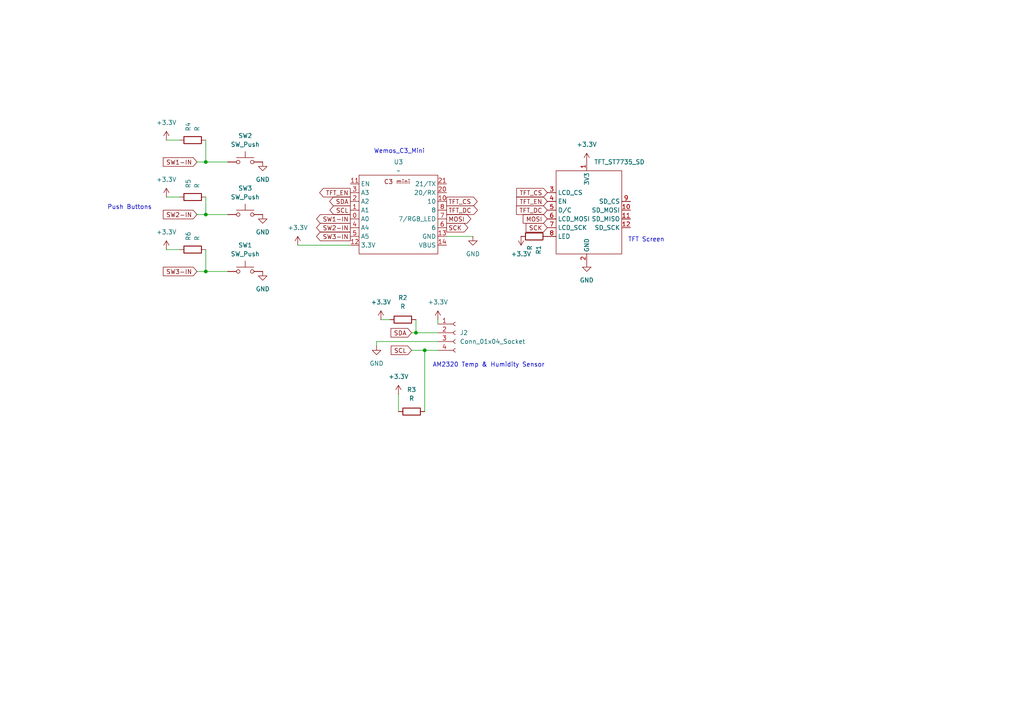
<source format=kicad_sch>
(kicad_sch
	(version 20241004)
	(generator "eeschema")
	(generator_version "8.99")
	(uuid "770c365c-e24f-4a8a-8fbe-ae1be5bec1f3")
	(paper "A4")
	(lib_symbols
		(symbol "Connector:Conn_01x04_Socket"
			(pin_names
				(offset 1.016)
				(hide yes)
			)
			(exclude_from_sim no)
			(in_bom yes)
			(on_board yes)
			(property "Reference" "J"
				(at 0 5.08 0)
				(effects
					(font
						(size 1.27 1.27)
					)
				)
			)
			(property "Value" "Conn_01x04_Socket"
				(at 0 -7.62 0)
				(effects
					(font
						(size 1.27 1.27)
					)
				)
			)
			(property "Footprint" ""
				(at 0 0 0)
				(effects
					(font
						(size 1.27 1.27)
					)
					(hide yes)
				)
			)
			(property "Datasheet" "~"
				(at 0 0 0)
				(effects
					(font
						(size 1.27 1.27)
					)
					(hide yes)
				)
			)
			(property "Description" "Generic connector, single row, 01x04, script generated"
				(at 0 0 0)
				(effects
					(font
						(size 1.27 1.27)
					)
					(hide yes)
				)
			)
			(property "ki_locked" ""
				(at 0 0 0)
				(effects
					(font
						(size 1.27 1.27)
					)
				)
			)
			(property "ki_keywords" "connector"
				(at 0 0 0)
				(effects
					(font
						(size 1.27 1.27)
					)
					(hide yes)
				)
			)
			(property "ki_fp_filters" "Connector*:*_1x??_*"
				(at 0 0 0)
				(effects
					(font
						(size 1.27 1.27)
					)
					(hide yes)
				)
			)
			(symbol "Conn_01x04_Socket_1_1"
				(polyline
					(pts
						(xy -1.27 2.54) (xy -0.508 2.54)
					)
					(stroke
						(width 0.1524)
						(type default)
					)
					(fill
						(type none)
					)
				)
				(polyline
					(pts
						(xy -1.27 0) (xy -0.508 0)
					)
					(stroke
						(width 0.1524)
						(type default)
					)
					(fill
						(type none)
					)
				)
				(polyline
					(pts
						(xy -1.27 -2.54) (xy -0.508 -2.54)
					)
					(stroke
						(width 0.1524)
						(type default)
					)
					(fill
						(type none)
					)
				)
				(polyline
					(pts
						(xy -1.27 -5.08) (xy -0.508 -5.08)
					)
					(stroke
						(width 0.1524)
						(type default)
					)
					(fill
						(type none)
					)
				)
				(arc
					(start 0 2.032)
					(mid -0.5058 2.54)
					(end 0 3.048)
					(stroke
						(width 0.1524)
						(type default)
					)
					(fill
						(type none)
					)
				)
				(arc
					(start 0 -0.508)
					(mid -0.5058 0)
					(end 0 0.508)
					(stroke
						(width 0.1524)
						(type default)
					)
					(fill
						(type none)
					)
				)
				(arc
					(start 0 -3.048)
					(mid -0.5058 -2.54)
					(end 0 -2.032)
					(stroke
						(width 0.1524)
						(type default)
					)
					(fill
						(type none)
					)
				)
				(arc
					(start 0 -5.588)
					(mid -0.5058 -5.08)
					(end 0 -4.572)
					(stroke
						(width 0.1524)
						(type default)
					)
					(fill
						(type none)
					)
				)
				(pin passive line
					(at -5.08 2.54 0)
					(length 3.81)
					(name "Pin_1"
						(effects
							(font
								(size 1.27 1.27)
							)
						)
					)
					(number "1"
						(effects
							(font
								(size 1.27 1.27)
							)
						)
					)
				)
				(pin passive line
					(at -5.08 0 0)
					(length 3.81)
					(name "Pin_2"
						(effects
							(font
								(size 1.27 1.27)
							)
						)
					)
					(number "2"
						(effects
							(font
								(size 1.27 1.27)
							)
						)
					)
				)
				(pin passive line
					(at -5.08 -2.54 0)
					(length 3.81)
					(name "Pin_3"
						(effects
							(font
								(size 1.27 1.27)
							)
						)
					)
					(number "3"
						(effects
							(font
								(size 1.27 1.27)
							)
						)
					)
				)
				(pin passive line
					(at -5.08 -5.08 0)
					(length 3.81)
					(name "Pin_4"
						(effects
							(font
								(size 1.27 1.27)
							)
						)
					)
					(number "4"
						(effects
							(font
								(size 1.27 1.27)
							)
						)
					)
				)
			)
			(embedded_fonts no)
		)
		(symbol "Device:R"
			(pin_numbers
				(hide yes)
			)
			(pin_names
				(offset 0)
			)
			(exclude_from_sim no)
			(in_bom yes)
			(on_board yes)
			(property "Reference" "R"
				(at 2.032 0 90)
				(effects
					(font
						(size 1.27 1.27)
					)
				)
			)
			(property "Value" "R"
				(at 0 0 90)
				(effects
					(font
						(size 1.27 1.27)
					)
				)
			)
			(property "Footprint" ""
				(at -1.778 0 90)
				(effects
					(font
						(size 1.27 1.27)
					)
					(hide yes)
				)
			)
			(property "Datasheet" "~"
				(at 0 0 0)
				(effects
					(font
						(size 1.27 1.27)
					)
					(hide yes)
				)
			)
			(property "Description" "Resistor"
				(at 0 0 0)
				(effects
					(font
						(size 1.27 1.27)
					)
					(hide yes)
				)
			)
			(property "ki_keywords" "R res resistor"
				(at 0 0 0)
				(effects
					(font
						(size 1.27 1.27)
					)
					(hide yes)
				)
			)
			(property "ki_fp_filters" "R_*"
				(at 0 0 0)
				(effects
					(font
						(size 1.27 1.27)
					)
					(hide yes)
				)
			)
			(symbol "R_0_1"
				(rectangle
					(start -1.016 -2.54)
					(end 1.016 2.54)
					(stroke
						(width 0.254)
						(type default)
					)
					(fill
						(type none)
					)
				)
			)
			(symbol "R_1_1"
				(pin passive line
					(at 0 3.81 270)
					(length 1.27)
					(name "~"
						(effects
							(font
								(size 1.27 1.27)
							)
						)
					)
					(number "1"
						(effects
							(font
								(size 1.27 1.27)
							)
						)
					)
				)
				(pin passive line
					(at 0 -3.81 90)
					(length 1.27)
					(name "~"
						(effects
							(font
								(size 1.27 1.27)
							)
						)
					)
					(number "2"
						(effects
							(font
								(size 1.27 1.27)
							)
						)
					)
				)
			)
			(embedded_fonts no)
		)
		(symbol "Switch:SW_Push"
			(pin_numbers
				(hide yes)
			)
			(pin_names
				(offset 1.016)
				(hide yes)
			)
			(exclude_from_sim no)
			(in_bom yes)
			(on_board yes)
			(property "Reference" "SW"
				(at 1.27 2.54 0)
				(effects
					(font
						(size 1.27 1.27)
					)
					(justify left)
				)
			)
			(property "Value" "SW_Push"
				(at 0 -1.524 0)
				(effects
					(font
						(size 1.27 1.27)
					)
				)
			)
			(property "Footprint" ""
				(at 0 5.08 0)
				(effects
					(font
						(size 1.27 1.27)
					)
					(hide yes)
				)
			)
			(property "Datasheet" "~"
				(at 0 5.08 0)
				(effects
					(font
						(size 1.27 1.27)
					)
					(hide yes)
				)
			)
			(property "Description" "Push button switch, generic, two pins"
				(at 0 0 0)
				(effects
					(font
						(size 1.27 1.27)
					)
					(hide yes)
				)
			)
			(property "ki_keywords" "switch normally-open pushbutton push-button"
				(at 0 0 0)
				(effects
					(font
						(size 1.27 1.27)
					)
					(hide yes)
				)
			)
			(symbol "SW_Push_0_1"
				(circle
					(center -2.032 0)
					(radius 0.508)
					(stroke
						(width 0)
						(type default)
					)
					(fill
						(type none)
					)
				)
				(polyline
					(pts
						(xy 0 1.27) (xy 0 3.048)
					)
					(stroke
						(width 0)
						(type default)
					)
					(fill
						(type none)
					)
				)
				(circle
					(center 2.032 0)
					(radius 0.508)
					(stroke
						(width 0)
						(type default)
					)
					(fill
						(type none)
					)
				)
				(polyline
					(pts
						(xy 2.54 1.27) (xy -2.54 1.27)
					)
					(stroke
						(width 0)
						(type default)
					)
					(fill
						(type none)
					)
				)
				(pin passive line
					(at -5.08 0 0)
					(length 2.54)
					(name "1"
						(effects
							(font
								(size 1.27 1.27)
							)
						)
					)
					(number "1"
						(effects
							(font
								(size 1.27 1.27)
							)
						)
					)
				)
				(pin passive line
					(at 5.08 0 180)
					(length 2.54)
					(name "2"
						(effects
							(font
								(size 1.27 1.27)
							)
						)
					)
					(number "2"
						(effects
							(font
								(size 1.27 1.27)
							)
						)
					)
				)
			)
			(embedded_fonts no)
		)
		(symbol "Wemos_C3_Mini_Correct:C3-mini"
			(exclude_from_sim no)
			(in_bom yes)
			(on_board yes)
			(property "Reference" "U"
				(at 0 0 0)
				(effects
					(font
						(size 1.27 1.27)
					)
				)
			)
			(property "Value" ""
				(at 0 0 0)
				(effects
					(font
						(size 1.27 1.27)
					)
				)
			)
			(property "Footprint" ""
				(at 0 0 0)
				(effects
					(font
						(size 1.27 1.27)
					)
					(hide yes)
				)
			)
			(property "Datasheet" ""
				(at 0 0 0)
				(effects
					(font
						(size 1.27 1.27)
					)
					(hide yes)
				)
			)
			(property "Description" ""
				(at 0 0 0)
				(effects
					(font
						(size 1.27 1.27)
					)
					(hide yes)
				)
			)
			(symbol "C3-mini_0_1"
				(rectangle
					(start -11.43 11.43)
					(end 11.43 -11.43)
					(stroke
						(width 0)
						(type default)
					)
					(fill
						(type none)
					)
				)
			)
			(symbol "C3-mini_1_1"
				(text "C3 mini\n"
					(at -0.381 9.525 0)
					(effects
						(font
							(size 1.27 1.27)
						)
					)
				)
				(pin input line
					(at -13.97 8.89 0)
					(length 2.54)
					(name "EN"
						(effects
							(font
								(size 1.27 1.27)
							)
						)
					)
					(number "11"
						(effects
							(font
								(size 1.27 1.27)
							)
						)
					)
				)
				(pin bidirectional line
					(at -13.97 6.35 0)
					(length 2.54)
					(name "A3"
						(effects
							(font
								(size 1.27 1.27)
							)
						)
					)
					(number "3"
						(effects
							(font
								(size 1.27 1.27)
							)
						)
					)
				)
				(pin bidirectional line
					(at -13.97 3.81 0)
					(length 2.54)
					(name "A2"
						(effects
							(font
								(size 1.27 1.27)
							)
						)
					)
					(number "2"
						(effects
							(font
								(size 1.27 1.27)
							)
						)
					)
				)
				(pin bidirectional line
					(at -13.97 1.27 0)
					(length 2.54)
					(name "A1"
						(effects
							(font
								(size 1.27 1.27)
							)
						)
					)
					(number "1"
						(effects
							(font
								(size 1.27 1.27)
							)
						)
					)
				)
				(pin bidirectional line
					(at -13.97 -1.27 0)
					(length 2.54)
					(name "A0"
						(effects
							(font
								(size 1.27 1.27)
							)
						)
					)
					(number "0"
						(effects
							(font
								(size 1.27 1.27)
							)
						)
					)
				)
				(pin bidirectional line
					(at -13.97 -3.81 0)
					(length 2.54)
					(name "A4"
						(effects
							(font
								(size 1.27 1.27)
							)
						)
					)
					(number "4"
						(effects
							(font
								(size 1.27 1.27)
							)
						)
					)
				)
				(pin bidirectional line
					(at -13.97 -6.35 0)
					(length 2.54)
					(name "A5"
						(effects
							(font
								(size 1.27 1.27)
							)
						)
					)
					(number "5"
						(effects
							(font
								(size 1.27 1.27)
							)
						)
					)
				)
				(pin power_out line
					(at -13.97 -8.89 0)
					(length 2.54)
					(name "3.3V"
						(effects
							(font
								(size 1.27 1.27)
							)
						)
					)
					(number "12"
						(effects
							(font
								(size 1.27 1.27)
							)
						)
					)
				)
				(pin bidirectional line
					(at 13.97 8.89 180)
					(length 2.54)
					(name "21/TX"
						(effects
							(font
								(size 1.27 1.27)
							)
						)
					)
					(number "21"
						(effects
							(font
								(size 1.27 1.27)
							)
						)
					)
				)
				(pin bidirectional line
					(at 13.97 6.35 180)
					(length 2.54)
					(name "20/RX"
						(effects
							(font
								(size 1.27 1.27)
							)
						)
					)
					(number "20"
						(effects
							(font
								(size 1.27 1.27)
							)
						)
					)
				)
				(pin bidirectional line
					(at 13.97 3.81 180)
					(length 2.54)
					(name "10"
						(effects
							(font
								(size 1.27 1.27)
							)
						)
					)
					(number "10"
						(effects
							(font
								(size 1.27 1.27)
							)
						)
					)
				)
				(pin bidirectional line
					(at 13.97 1.27 180)
					(length 2.54)
					(name "8"
						(effects
							(font
								(size 1.27 1.27)
							)
						)
					)
					(number "8"
						(effects
							(font
								(size 1.27 1.27)
							)
						)
					)
				)
				(pin bidirectional line
					(at 13.97 -1.27 180)
					(length 2.54)
					(name "7/RGB_LED"
						(effects
							(font
								(size 1.27 1.27)
							)
						)
					)
					(number "7"
						(effects
							(font
								(size 1.27 1.27)
							)
						)
					)
				)
				(pin bidirectional line
					(at 13.97 -3.81 180)
					(length 2.54)
					(name "6"
						(effects
							(font
								(size 1.27 1.27)
							)
						)
					)
					(number "6"
						(effects
							(font
								(size 1.27 1.27)
							)
						)
					)
				)
				(pin power_out line
					(at 13.97 -6.35 180)
					(length 2.54)
					(name "GND"
						(effects
							(font
								(size 1.27 1.27)
							)
						)
					)
					(number "13"
						(effects
							(font
								(size 1.27 1.27)
							)
						)
					)
				)
				(pin power_in line
					(at 13.97 -8.89 180)
					(length 2.54)
					(name "VBUS"
						(effects
							(font
								(size 1.27 1.27)
							)
						)
					)
					(number "14"
						(effects
							(font
								(size 1.27 1.27)
							)
						)
					)
				)
			)
			(embedded_fonts no)
		)
		(symbol "asylum-weather:TFT_ST7735_SD"
			(exclude_from_sim no)
			(in_bom yes)
			(on_board yes)
			(property "Reference" "U"
				(at 6.858 -15.748 0)
				(effects
					(font
						(size 1.27 1.27)
					)
				)
			)
			(property "Value" "TFT_ST7735_SD"
				(at 13.462 -18.288 0)
				(effects
					(font
						(size 1.27 1.27)
					)
				)
			)
			(property "Footprint" "asylum-weather:TFT_ST7735_SD"
				(at 0 0 0)
				(effects
					(font
						(size 1.27 1.27)
					)
					(hide yes)
				)
			)
			(property "Datasheet" ""
				(at 0 0 0)
				(effects
					(font
						(size 1.27 1.27)
					)
					(hide yes)
				)
			)
			(property "Description" ""
				(at 0 0 0)
				(effects
					(font
						(size 1.27 1.27)
					)
					(hide yes)
				)
			)
			(symbol "TFT_ST7735_SD_0_1"
				(rectangle
					(start -5.08 10.16)
					(end 13.97 -13.97)
					(stroke
						(width 0)
						(type default)
					)
					(fill
						(type none)
					)
				)
			)
			(symbol "TFT_ST7735_SD_1_1"
				(pin input line
					(at -7.62 3.81 0)
					(length 2.54)
					(name "LCD_CS"
						(effects
							(font
								(size 1.27 1.27)
							)
						)
					)
					(number "3"
						(effects
							(font
								(size 1.27 1.27)
							)
						)
					)
				)
				(pin input line
					(at -7.62 1.27 0)
					(length 2.54)
					(name "EN"
						(effects
							(font
								(size 1.27 1.27)
							)
						)
					)
					(number "4"
						(effects
							(font
								(size 1.27 1.27)
							)
						)
					)
				)
				(pin input line
					(at -7.62 -1.27 0)
					(length 2.54)
					(name "D/C"
						(effects
							(font
								(size 1.27 1.27)
							)
						)
					)
					(number "5"
						(effects
							(font
								(size 1.27 1.27)
							)
						)
					)
				)
				(pin input line
					(at -7.62 -3.81 0)
					(length 2.54)
					(name "LCD_MOSI"
						(effects
							(font
								(size 1.27 1.27)
							)
						)
					)
					(number "6"
						(effects
							(font
								(size 1.27 1.27)
							)
						)
					)
				)
				(pin input line
					(at -7.62 -6.35 0)
					(length 2.54)
					(name "LCD_SCK"
						(effects
							(font
								(size 1.27 1.27)
							)
						)
					)
					(number "7"
						(effects
							(font
								(size 1.27 1.27)
							)
						)
					)
				)
				(pin power_in line
					(at -7.62 -8.89 0)
					(length 2.54)
					(name "LED"
						(effects
							(font
								(size 1.27 1.27)
							)
						)
					)
					(number "8"
						(effects
							(font
								(size 1.27 1.27)
							)
						)
					)
				)
				(pin power_in line
					(at 3.81 12.7 270)
					(length 2.54)
					(name "3V3"
						(effects
							(font
								(size 1.27 1.27)
							)
						)
					)
					(number "1"
						(effects
							(font
								(size 1.27 1.27)
							)
						)
					)
				)
				(pin power_in line
					(at 3.81 -16.51 90)
					(length 2.54)
					(name "GND"
						(effects
							(font
								(size 1.27 1.27)
							)
						)
					)
					(number "2"
						(effects
							(font
								(size 1.27 1.27)
							)
						)
					)
				)
				(pin input line
					(at 16.51 1.27 180)
					(length 2.54)
					(name "SD_CS"
						(effects
							(font
								(size 1.27 1.27)
							)
						)
					)
					(number "9"
						(effects
							(font
								(size 1.27 1.27)
							)
						)
					)
				)
				(pin input line
					(at 16.51 -1.27 180)
					(length 2.54)
					(name "SD_MOSI"
						(effects
							(font
								(size 1.27 1.27)
							)
						)
					)
					(number "10"
						(effects
							(font
								(size 1.27 1.27)
							)
						)
					)
				)
				(pin output line
					(at 16.51 -3.81 180)
					(length 2.54)
					(name "SD_MISO"
						(effects
							(font
								(size 1.27 1.27)
							)
						)
					)
					(number "11"
						(effects
							(font
								(size 1.27 1.27)
							)
						)
					)
				)
				(pin input line
					(at 16.51 -6.35 180)
					(length 2.54)
					(name "SD_SCK"
						(effects
							(font
								(size 1.27 1.27)
							)
						)
					)
					(number "12"
						(effects
							(font
								(size 1.27 1.27)
							)
						)
					)
				)
			)
			(embedded_fonts no)
		)
		(symbol "power:+3.3V"
			(power)
			(pin_numbers
				(hide yes)
			)
			(pin_names
				(offset 0)
				(hide yes)
			)
			(exclude_from_sim no)
			(in_bom yes)
			(on_board yes)
			(property "Reference" "#PWR"
				(at 0 -3.81 0)
				(effects
					(font
						(size 1.27 1.27)
					)
					(hide yes)
				)
			)
			(property "Value" "+3.3V"
				(at 0 3.556 0)
				(effects
					(font
						(size 1.27 1.27)
					)
				)
			)
			(property "Footprint" ""
				(at 0 0 0)
				(effects
					(font
						(size 1.27 1.27)
					)
					(hide yes)
				)
			)
			(property "Datasheet" ""
				(at 0 0 0)
				(effects
					(font
						(size 1.27 1.27)
					)
					(hide yes)
				)
			)
			(property "Description" "Power symbol creates a global label with name \"+3.3V\""
				(at 0 0 0)
				(effects
					(font
						(size 1.27 1.27)
					)
					(hide yes)
				)
			)
			(property "ki_keywords" "global power"
				(at 0 0 0)
				(effects
					(font
						(size 1.27 1.27)
					)
					(hide yes)
				)
			)
			(symbol "+3.3V_0_1"
				(polyline
					(pts
						(xy -0.762 1.27) (xy 0 2.54)
					)
					(stroke
						(width 0)
						(type default)
					)
					(fill
						(type none)
					)
				)
				(polyline
					(pts
						(xy 0 2.54) (xy 0.762 1.27)
					)
					(stroke
						(width 0)
						(type default)
					)
					(fill
						(type none)
					)
				)
				(polyline
					(pts
						(xy 0 0) (xy 0 2.54)
					)
					(stroke
						(width 0)
						(type default)
					)
					(fill
						(type none)
					)
				)
			)
			(symbol "+3.3V_1_1"
				(pin power_in line
					(at 0 0 90)
					(length 0)
					(name "~"
						(effects
							(font
								(size 1.27 1.27)
							)
						)
					)
					(number "1"
						(effects
							(font
								(size 1.27 1.27)
							)
						)
					)
				)
			)
			(embedded_fonts no)
		)
		(symbol "power:GND"
			(power)
			(pin_numbers
				(hide yes)
			)
			(pin_names
				(offset 0)
				(hide yes)
			)
			(exclude_from_sim no)
			(in_bom yes)
			(on_board yes)
			(property "Reference" "#PWR"
				(at 0 -6.35 0)
				(effects
					(font
						(size 1.27 1.27)
					)
					(hide yes)
				)
			)
			(property "Value" "GND"
				(at 0 -3.81 0)
				(effects
					(font
						(size 1.27 1.27)
					)
				)
			)
			(property "Footprint" ""
				(at 0 0 0)
				(effects
					(font
						(size 1.27 1.27)
					)
					(hide yes)
				)
			)
			(property "Datasheet" ""
				(at 0 0 0)
				(effects
					(font
						(size 1.27 1.27)
					)
					(hide yes)
				)
			)
			(property "Description" "Power symbol creates a global label with name \"GND\" , ground"
				(at 0 0 0)
				(effects
					(font
						(size 1.27 1.27)
					)
					(hide yes)
				)
			)
			(property "ki_keywords" "global power"
				(at 0 0 0)
				(effects
					(font
						(size 1.27 1.27)
					)
					(hide yes)
				)
			)
			(symbol "GND_0_1"
				(polyline
					(pts
						(xy 0 0) (xy 0 -1.27) (xy 1.27 -1.27) (xy 0 -2.54) (xy -1.27 -1.27) (xy 0 -1.27)
					)
					(stroke
						(width 0)
						(type default)
					)
					(fill
						(type none)
					)
				)
			)
			(symbol "GND_1_1"
				(pin power_in line
					(at 0 0 270)
					(length 0)
					(name "~"
						(effects
							(font
								(size 1.27 1.27)
							)
						)
					)
					(number "1"
						(effects
							(font
								(size 1.27 1.27)
							)
						)
					)
				)
			)
			(embedded_fonts no)
		)
	)
	(text "TFT Screen"
		(exclude_from_sim no)
		(at 187.452 69.596 0)
		(effects
			(font
				(size 1.27 1.27)
			)
		)
		(uuid "4686dfbc-54c3-4faf-879c-94d9adfeb4f0")
	)
	(text "Push Buttons"
		(exclude_from_sim no)
		(at 37.592 60.198 0)
		(effects
			(font
				(size 1.27 1.27)
			)
		)
		(uuid "79cb4c95-3fe2-4fd5-ba02-cdce993580b2")
	)
	(text "AM2320 Temp & Humidity Sensor"
		(exclude_from_sim no)
		(at 141.732 105.918 0)
		(effects
			(font
				(size 1.27 1.27)
			)
		)
		(uuid "a01b8f97-98b0-4be0-8f7a-a4c7e3e9f62e")
	)
	(text "Wemos_C3_Mini"
		(exclude_from_sim no)
		(at 115.824 43.942 0)
		(effects
			(font
				(size 1.27 1.27)
			)
		)
		(uuid "c5591896-ad25-43ff-802a-eb1f46c91255")
	)
	(junction
		(at 59.69 62.23)
		(diameter 0)
		(color 0 0 0 0)
		(uuid "460281fd-8ea2-4f02-8553-502be21cecdc")
	)
	(junction
		(at 120.65 96.52)
		(diameter 0)
		(color 0 0 0 0)
		(uuid "7fc70052-3c36-48fc-ae81-2f6c990ea2d3")
	)
	(junction
		(at 59.69 78.74)
		(diameter 0)
		(color 0 0 0 0)
		(uuid "8d9dd9e3-e22e-4a3c-af5b-6b54924a9f80")
	)
	(junction
		(at 59.69 46.99)
		(diameter 0)
		(color 0 0 0 0)
		(uuid "b763beae-ee6e-465b-8291-feab37cb7693")
	)
	(junction
		(at 123.19 101.6)
		(diameter 0)
		(color 0 0 0 0)
		(uuid "b96c13e4-6eed-4de0-93e0-349f65847edb")
	)
	(wire
		(pts
			(xy 120.65 96.52) (xy 127 96.52)
		)
		(stroke
			(width 0)
			(type default)
		)
		(uuid "06b4b88e-0b8e-4298-9a52-03871fb07f7e")
	)
	(wire
		(pts
			(xy 127 92.71) (xy 127 93.98)
		)
		(stroke
			(width 0)
			(type default)
		)
		(uuid "06ccbaf3-e5f6-4e88-b462-9d8572e9009b")
	)
	(wire
		(pts
			(xy 59.69 78.74) (xy 66.04 78.74)
		)
		(stroke
			(width 0)
			(type default)
		)
		(uuid "091f462b-0be5-427d-be8c-488cde3af158")
	)
	(wire
		(pts
			(xy 59.69 72.39) (xy 59.69 78.74)
		)
		(stroke
			(width 0)
			(type default)
		)
		(uuid "09862387-7ac3-431e-837f-ce9c5cbc051f")
	)
	(wire
		(pts
			(xy 120.65 92.71) (xy 120.65 96.52)
		)
		(stroke
			(width 0)
			(type default)
		)
		(uuid "29933133-b027-4e01-ba44-3b8c8ee3663b")
	)
	(wire
		(pts
			(xy 48.26 40.64) (xy 52.07 40.64)
		)
		(stroke
			(width 0)
			(type default)
		)
		(uuid "37ffef9c-61b2-4eee-b0ca-34379355a6a0")
	)
	(wire
		(pts
			(xy 57.15 46.99) (xy 59.69 46.99)
		)
		(stroke
			(width 0)
			(type default)
		)
		(uuid "39317c1a-b060-4565-8672-c3ecb2ec56b8")
	)
	(wire
		(pts
			(xy 109.22 99.06) (xy 127 99.06)
		)
		(stroke
			(width 0)
			(type default)
		)
		(uuid "491ff90f-8749-49eb-9e7d-219c770f94b9")
	)
	(wire
		(pts
			(xy 48.26 57.15) (xy 52.07 57.15)
		)
		(stroke
			(width 0)
			(type default)
		)
		(uuid "550f6e03-a6ac-4bf9-a272-b1ca833a3a09")
	)
	(wire
		(pts
			(xy 57.15 78.74) (xy 59.69 78.74)
		)
		(stroke
			(width 0)
			(type default)
		)
		(uuid "584caf2b-fdb4-4464-bc34-6a2477a858e6")
	)
	(wire
		(pts
			(xy 59.69 57.15) (xy 59.69 62.23)
		)
		(stroke
			(width 0)
			(type default)
		)
		(uuid "69f17f38-9d64-4048-a12d-7bb570d006ff")
	)
	(wire
		(pts
			(xy 129.54 68.58) (xy 137.16 68.58)
		)
		(stroke
			(width 0)
			(type default)
		)
		(uuid "804448f1-9f80-4777-8dfb-2dc1702645af")
	)
	(wire
		(pts
			(xy 119.38 101.6) (xy 123.19 101.6)
		)
		(stroke
			(width 0)
			(type default)
		)
		(uuid "93eab407-0114-495c-9dfa-776d7b9741cf")
	)
	(wire
		(pts
			(xy 48.26 72.39) (xy 52.07 72.39)
		)
		(stroke
			(width 0)
			(type default)
		)
		(uuid "ac3c4a45-d146-4503-b50a-2eabeabdd8f7")
	)
	(wire
		(pts
			(xy 86.36 71.12) (xy 101.6 71.12)
		)
		(stroke
			(width 0)
			(type default)
		)
		(uuid "aed86426-a2ee-490b-8706-da60cde543e7")
	)
	(wire
		(pts
			(xy 59.69 40.64) (xy 59.69 46.99)
		)
		(stroke
			(width 0)
			(type default)
		)
		(uuid "be3db1dd-058f-499e-a737-c9eec6f782bd")
	)
	(wire
		(pts
			(xy 123.19 101.6) (xy 127 101.6)
		)
		(stroke
			(width 0)
			(type default)
		)
		(uuid "c0d480c3-4599-4b8f-8387-917f49074d44")
	)
	(wire
		(pts
			(xy 119.38 96.52) (xy 120.65 96.52)
		)
		(stroke
			(width 0)
			(type default)
		)
		(uuid "c4ad9bcf-70ed-44a3-824e-7cd639be83f4")
	)
	(wire
		(pts
			(xy 59.69 62.23) (xy 66.04 62.23)
		)
		(stroke
			(width 0)
			(type default)
		)
		(uuid "caabba1f-fbc5-4e75-bd1c-0a0a60097108")
	)
	(wire
		(pts
			(xy 57.15 62.23) (xy 59.69 62.23)
		)
		(stroke
			(width 0)
			(type default)
		)
		(uuid "cc856dcd-45df-4cbe-ba1a-e9dbb8c1157c")
	)
	(wire
		(pts
			(xy 110.49 92.71) (xy 113.03 92.71)
		)
		(stroke
			(width 0)
			(type default)
		)
		(uuid "d0ae8224-9d72-4597-86af-fb48a6f95446")
	)
	(wire
		(pts
			(xy 123.19 101.6) (xy 123.19 119.38)
		)
		(stroke
			(width 0)
			(type default)
		)
		(uuid "d1143daa-16bc-4ea5-a340-7c5d2eba994a")
	)
	(wire
		(pts
			(xy 115.57 119.38) (xy 115.57 114.3)
		)
		(stroke
			(width 0)
			(type default)
		)
		(uuid "de96c14e-66be-48c9-a78f-a874995bcf5c")
	)
	(wire
		(pts
			(xy 59.69 46.99) (xy 66.04 46.99)
		)
		(stroke
			(width 0)
			(type default)
		)
		(uuid "eeebf79c-3c4d-484e-80a0-6ac51514e071")
	)
	(wire
		(pts
			(xy 109.22 100.33) (xy 109.22 99.06)
		)
		(stroke
			(width 0)
			(type default)
		)
		(uuid "fa3e2af6-54b2-4b01-a3ec-8d41f5aa38bb")
	)
	(global_label "MOSI"
		(shape input)
		(at 158.75 63.5 180)
		(fields_autoplaced yes)
		(effects
			(font
				(size 1.27 1.27)
			)
			(justify right)
		)
		(uuid "11f21aa4-0319-47e5-a74e-237062da051b")
		(property "Intersheetrefs" "${INTERSHEET_REFS}"
			(at 151.1686 63.5 0)
			(effects
				(font
					(size 1.27 1.27)
				)
				(justify right)
				(hide yes)
			)
		)
	)
	(global_label "SCK"
		(shape input)
		(at 158.75 66.04 180)
		(fields_autoplaced yes)
		(effects
			(font
				(size 1.27 1.27)
			)
			(justify right)
		)
		(uuid "2c8f1663-7fd2-451c-88ea-51c37305b35c")
		(property "Intersheetrefs" "${INTERSHEET_REFS}"
			(at 152.0153 66.04 0)
			(effects
				(font
					(size 1.27 1.27)
				)
				(justify right)
				(hide yes)
			)
		)
	)
	(global_label "SW1-IN"
		(shape input)
		(at 57.15 46.99 180)
		(fields_autoplaced yes)
		(effects
			(font
				(size 1.27 1.27)
			)
			(justify right)
		)
		(uuid "30df3533-c28c-4483-b243-01bac337b199")
		(property "Intersheetrefs" "${INTERSHEET_REFS}"
			(at 46.7867 46.99 0)
			(effects
				(font
					(size 1.27 1.27)
				)
				(justify right)
				(hide yes)
			)
		)
	)
	(global_label "SCK"
		(shape output)
		(at 129.54 66.04 0)
		(fields_autoplaced yes)
		(effects
			(font
				(size 1.27 1.27)
			)
			(justify left)
		)
		(uuid "330fa739-eb74-4b5f-b1e1-ec8c4cd41288")
		(property "Intersheetrefs" "${INTERSHEET_REFS}"
			(at 136.2747 66.04 0)
			(effects
				(font
					(size 1.27 1.27)
				)
				(justify left)
				(hide yes)
			)
		)
	)
	(global_label "TFT_CS"
		(shape input)
		(at 158.75 55.88 180)
		(fields_autoplaced yes)
		(effects
			(font
				(size 1.27 1.27)
			)
			(justify right)
		)
		(uuid "347d8e0b-62ed-4bdd-8fd9-d65a411aa1d1")
		(property "Intersheetrefs" "${INTERSHEET_REFS}"
			(at 149.2939 55.88 0)
			(effects
				(font
					(size 1.27 1.27)
				)
				(justify right)
				(hide yes)
			)
		)
	)
	(global_label "SCL"
		(shape output)
		(at 101.6 60.96 180)
		(fields_autoplaced yes)
		(effects
			(font
				(size 1.27 1.27)
			)
			(justify right)
		)
		(uuid "45fea9ca-780f-408b-bcb7-47930e56ee60")
		(property "Intersheetrefs" "${INTERSHEET_REFS}"
			(at 95.1072 60.96 0)
			(effects
				(font
					(size 1.27 1.27)
				)
				(justify right)
				(hide yes)
			)
		)
	)
	(global_label "SCL"
		(shape input)
		(at 119.38 101.6 180)
		(fields_autoplaced yes)
		(effects
			(font
				(size 1.27 1.27)
			)
			(justify right)
		)
		(uuid "48e019ff-a3ee-4ebb-b6e4-f34986df84ae")
		(property "Intersheetrefs" "${INTERSHEET_REFS}"
			(at 112.8872 101.6 0)
			(effects
				(font
					(size 1.27 1.27)
				)
				(justify right)
				(hide yes)
			)
		)
	)
	(global_label "SDA"
		(shape output)
		(at 101.6 58.42 180)
		(fields_autoplaced yes)
		(effects
			(font
				(size 1.27 1.27)
			)
			(justify right)
		)
		(uuid "526d3d21-c737-47cb-a64a-d9e4b1067ad5")
		(property "Intersheetrefs" "${INTERSHEET_REFS}"
			(at 95.0467 58.42 0)
			(effects
				(font
					(size 1.27 1.27)
				)
				(justify right)
				(hide yes)
			)
		)
	)
	(global_label "SW3-IN"
		(shape output)
		(at 101.6 68.58 180)
		(fields_autoplaced yes)
		(effects
			(font
				(size 1.27 1.27)
			)
			(justify right)
		)
		(uuid "6b6d123d-e096-48ce-9814-a1e9dbfe798f")
		(property "Intersheetrefs" "${INTERSHEET_REFS}"
			(at 91.2367 68.58 0)
			(effects
				(font
					(size 1.27 1.27)
				)
				(justify right)
				(hide yes)
			)
		)
	)
	(global_label "TFT_EN"
		(shape input)
		(at 158.75 58.42 180)
		(fields_autoplaced yes)
		(effects
			(font
				(size 1.27 1.27)
			)
			(justify right)
		)
		(uuid "771bd824-9a4d-469d-ac51-162d2ee4be83")
		(property "Intersheetrefs" "${INTERSHEET_REFS}"
			(at 149.2939 58.42 0)
			(effects
				(font
					(size 1.27 1.27)
				)
				(justify right)
				(hide yes)
			)
		)
	)
	(global_label "SW3-IN"
		(shape input)
		(at 57.15 78.74 180)
		(fields_autoplaced yes)
		(effects
			(font
				(size 1.27 1.27)
			)
			(justify right)
		)
		(uuid "78a38850-e626-472c-9722-a198468d5289")
		(property "Intersheetrefs" "${INTERSHEET_REFS}"
			(at 46.7867 78.74 0)
			(effects
				(font
					(size 1.27 1.27)
				)
				(justify right)
				(hide yes)
			)
		)
	)
	(global_label "TFT_DC"
		(shape output)
		(at 129.54 60.96 0)
		(fields_autoplaced yes)
		(effects
			(font
				(size 1.27 1.27)
			)
			(justify left)
		)
		(uuid "7c27434f-a692-4482-9d88-b8c224c73858")
		(property "Intersheetrefs" "${INTERSHEET_REFS}"
			(at 139.0566 60.96 0)
			(effects
				(font
					(size 1.27 1.27)
				)
				(justify left)
				(hide yes)
			)
		)
	)
	(global_label "TFT_CS"
		(shape output)
		(at 129.54 58.42 0)
		(fields_autoplaced yes)
		(effects
			(font
				(size 1.27 1.27)
			)
			(justify left)
		)
		(uuid "843427df-7f7d-4dab-9413-95dda117d3f1")
		(property "Intersheetrefs" "${INTERSHEET_REFS}"
			(at 138.9961 58.42 0)
			(effects
				(font
					(size 1.27 1.27)
				)
				(justify left)
				(hide yes)
			)
		)
	)
	(global_label "SW2-IN"
		(shape output)
		(at 101.6 66.04 180)
		(fields_autoplaced yes)
		(effects
			(font
				(size 1.27 1.27)
			)
			(justify right)
		)
		(uuid "91749615-8e9b-4644-a11c-ddd42f3f96ea")
		(property "Intersheetrefs" "${INTERSHEET_REFS}"
			(at 91.2367 66.04 0)
			(effects
				(font
					(size 1.27 1.27)
				)
				(justify right)
				(hide yes)
			)
		)
	)
	(global_label "SDA"
		(shape input)
		(at 119.38 96.52 180)
		(fields_autoplaced yes)
		(effects
			(font
				(size 1.27 1.27)
			)
			(justify right)
		)
		(uuid "a031ec06-0a6b-460a-a388-20ce34d83f74")
		(property "Intersheetrefs" "${INTERSHEET_REFS}"
			(at 112.8267 96.52 0)
			(effects
				(font
					(size 1.27 1.27)
				)
				(justify right)
				(hide yes)
			)
		)
	)
	(global_label "TFT_DC"
		(shape input)
		(at 158.75 60.96 180)
		(fields_autoplaced yes)
		(effects
			(font
				(size 1.27 1.27)
			)
			(justify right)
		)
		(uuid "a1a7a0b8-ea5a-4d58-8aa9-dc79a9916d92")
		(property "Intersheetrefs" "${INTERSHEET_REFS}"
			(at 149.2334 60.96 0)
			(effects
				(font
					(size 1.27 1.27)
				)
				(justify right)
				(hide yes)
			)
		)
	)
	(global_label "SW2-IN"
		(shape input)
		(at 57.15 62.23 180)
		(fields_autoplaced yes)
		(effects
			(font
				(size 1.27 1.27)
			)
			(justify right)
		)
		(uuid "a4ffb1bf-88fa-4c03-b54c-9f3a31fc95cc")
		(property "Intersheetrefs" "${INTERSHEET_REFS}"
			(at 46.7867 62.23 0)
			(effects
				(font
					(size 1.27 1.27)
				)
				(justify right)
				(hide yes)
			)
		)
	)
	(global_label "MOSI"
		(shape output)
		(at 129.54 63.5 0)
		(fields_autoplaced yes)
		(effects
			(font
				(size 1.27 1.27)
			)
			(justify left)
		)
		(uuid "b227f9cb-f7df-4ced-8bb6-033810dacbee")
		(property "Intersheetrefs" "${INTERSHEET_REFS}"
			(at 137.1214 63.5 0)
			(effects
				(font
					(size 1.27 1.27)
				)
				(justify left)
				(hide yes)
			)
		)
	)
	(global_label "SW1-IN"
		(shape output)
		(at 101.6 63.5 180)
		(fields_autoplaced yes)
		(effects
			(font
				(size 1.27 1.27)
			)
			(justify right)
		)
		(uuid "eb81b954-cb48-43a9-ab12-de53961a885b")
		(property "Intersheetrefs" "${INTERSHEET_REFS}"
			(at 91.2367 63.5 0)
			(effects
				(font
					(size 1.27 1.27)
				)
				(justify right)
				(hide yes)
			)
		)
	)
	(global_label "TFT_EN"
		(shape output)
		(at 101.6 55.88 180)
		(fields_autoplaced yes)
		(effects
			(font
				(size 1.27 1.27)
			)
			(justify right)
		)
		(uuid "ee0cdc57-7b8a-46eb-b1b5-05e167d3d356")
		(property "Intersheetrefs" "${INTERSHEET_REFS}"
			(at 92.1439 55.88 0)
			(effects
				(font
					(size 1.27 1.27)
				)
				(justify right)
				(hide yes)
			)
		)
	)
	(symbol
		(lib_id "power:GND")
		(at 109.22 100.33 0)
		(unit 1)
		(exclude_from_sim no)
		(in_bom yes)
		(on_board yes)
		(dnp no)
		(fields_autoplaced yes)
		(uuid "07d83d2f-db18-4c9e-bb58-07c8cdcd78d9")
		(property "Reference" "#PWR09"
			(at 109.22 106.68 0)
			(effects
				(font
					(size 1.27 1.27)
				)
				(hide yes)
			)
		)
		(property "Value" "GND"
			(at 109.22 105.41 0)
			(effects
				(font
					(size 1.27 1.27)
				)
			)
		)
		(property "Footprint" ""
			(at 109.22 100.33 0)
			(effects
				(font
					(size 1.27 1.27)
				)
				(hide yes)
			)
		)
		(property "Datasheet" ""
			(at 109.22 100.33 0)
			(effects
				(font
					(size 1.27 1.27)
				)
				(hide yes)
			)
		)
		(property "Description" "Power symbol creates a global label with name \"GND\" , ground"
			(at 109.22 100.33 0)
			(effects
				(font
					(size 1.27 1.27)
				)
				(hide yes)
			)
		)
		(pin "1"
			(uuid "bede1dba-6fac-4afc-bbfc-0eefeb850838")
		)
		(instances
			(project ""
				(path "/770c365c-e24f-4a8a-8fbe-ae1be5bec1f3"
					(reference "#PWR09")
					(unit 1)
				)
			)
		)
	)
	(symbol
		(lib_id "Connector:Conn_01x04_Socket")
		(at 132.08 96.52 0)
		(unit 1)
		(exclude_from_sim no)
		(in_bom yes)
		(on_board yes)
		(dnp no)
		(fields_autoplaced yes)
		(uuid "081d0911-b9d3-4c3f-8948-d2a7197fc17a")
		(property "Reference" "J2"
			(at 133.35 96.5199 0)
			(effects
				(font
					(size 1.27 1.27)
				)
				(justify left)
			)
		)
		(property "Value" "Conn_01x04_Socket"
			(at 133.35 99.0599 0)
			(effects
				(font
					(size 1.27 1.27)
				)
				(justify left)
			)
		)
		(property "Footprint" "Sensor:Aosong_DHT11_5.5x12.0_P2.54mm"
			(at 132.08 96.52 0)
			(effects
				(font
					(size 1.27 1.27)
				)
				(hide yes)
			)
		)
		(property "Datasheet" "~"
			(at 132.08 96.52 0)
			(effects
				(font
					(size 1.27 1.27)
				)
				(hide yes)
			)
		)
		(property "Description" "Generic connector, single row, 01x04, script generated"
			(at 132.08 96.52 0)
			(effects
				(font
					(size 1.27 1.27)
				)
				(hide yes)
			)
		)
		(pin "3"
			(uuid "47b1d204-3097-43a9-ba4d-364c800a0a71")
		)
		(pin "4"
			(uuid "a904a0cd-9dbe-468e-8c62-5946a8f78b5d")
		)
		(pin "1"
			(uuid "a5ab3f99-01d3-4a73-9a99-a1ad26ce9cc7")
		)
		(pin "2"
			(uuid "52532c52-5181-401e-ab2b-f072dfd94573")
		)
		(instances
			(project ""
				(path "/770c365c-e24f-4a8a-8fbe-ae1be5bec1f3"
					(reference "J2")
					(unit 1)
				)
			)
		)
	)
	(symbol
		(lib_id "power:+3.3V")
		(at 127 92.71 0)
		(unit 1)
		(exclude_from_sim no)
		(in_bom yes)
		(on_board yes)
		(dnp no)
		(fields_autoplaced yes)
		(uuid "105f1f59-a8d8-4606-8c2a-118815812d42")
		(property "Reference" "#PWR08"
			(at 127 96.52 0)
			(effects
				(font
					(size 1.27 1.27)
				)
				(hide yes)
			)
		)
		(property "Value" "+3.3V"
			(at 127 87.63 0)
			(effects
				(font
					(size 1.27 1.27)
				)
			)
		)
		(property "Footprint" ""
			(at 127 92.71 0)
			(effects
				(font
					(size 1.27 1.27)
				)
				(hide yes)
			)
		)
		(property "Datasheet" ""
			(at 127 92.71 0)
			(effects
				(font
					(size 1.27 1.27)
				)
				(hide yes)
			)
		)
		(property "Description" "Power symbol creates a global label with name \"+3.3V\""
			(at 127 92.71 0)
			(effects
				(font
					(size 1.27 1.27)
				)
				(hide yes)
			)
		)
		(pin "1"
			(uuid "ebacb0c4-f63f-4bf5-8d9a-f9aa57075293")
		)
		(instances
			(project ""
				(path "/770c365c-e24f-4a8a-8fbe-ae1be5bec1f3"
					(reference "#PWR08")
					(unit 1)
				)
			)
		)
	)
	(symbol
		(lib_id "Device:R")
		(at 55.88 72.39 90)
		(unit 1)
		(exclude_from_sim no)
		(in_bom yes)
		(on_board yes)
		(dnp no)
		(fields_autoplaced yes)
		(uuid "1bd79681-9750-49c1-ab50-6c0c9ac1074e")
		(property "Reference" "R6"
			(at 54.6099 69.85 0)
			(effects
				(font
					(size 1.27 1.27)
				)
				(justify left)
			)
		)
		(property "Value" "R"
			(at 57.1499 69.85 0)
			(effects
				(font
					(size 1.27 1.27)
				)
				(justify left)
			)
		)
		(property "Footprint" "Resistor_THT:R_Axial_DIN0309_L9.0mm_D3.2mm_P12.70mm_Horizontal"
			(at 55.88 74.168 90)
			(effects
				(font
					(size 1.27 1.27)
				)
				(hide yes)
			)
		)
		(property "Datasheet" "~"
			(at 55.88 72.39 0)
			(effects
				(font
					(size 1.27 1.27)
				)
				(hide yes)
			)
		)
		(property "Description" "Resistor"
			(at 55.88 72.39 0)
			(effects
				(font
					(size 1.27 1.27)
				)
				(hide yes)
			)
		)
		(pin "2"
			(uuid "c3a1e4e0-174d-4932-a97f-d9ae07db034e")
		)
		(pin "1"
			(uuid "42092bd5-1702-455c-adb1-c1d4187d6b17")
		)
		(instances
			(project ""
				(path "/770c365c-e24f-4a8a-8fbe-ae1be5bec1f3"
					(reference "R6")
					(unit 1)
				)
			)
		)
	)
	(symbol
		(lib_id "Switch:SW_Push")
		(at 71.12 78.74 0)
		(unit 1)
		(exclude_from_sim no)
		(in_bom yes)
		(on_board yes)
		(dnp no)
		(fields_autoplaced yes)
		(uuid "2669a4bc-b03a-45a7-bf8b-4f3cff2650ff")
		(property "Reference" "SW1"
			(at 71.12 71.12 0)
			(effects
				(font
					(size 1.27 1.27)
				)
			)
		)
		(property "Value" "SW_Push"
			(at 71.12 73.66 0)
			(effects
				(font
					(size 1.27 1.27)
				)
			)
		)
		(property "Footprint" "Button_Switch_THT:SW_TH_Tactile_Omron_B3F-10xx"
			(at 71.12 73.66 0)
			(effects
				(font
					(size 1.27 1.27)
				)
				(hide yes)
			)
		)
		(property "Datasheet" "~"
			(at 71.12 73.66 0)
			(effects
				(font
					(size 1.27 1.27)
				)
				(hide yes)
			)
		)
		(property "Description" "Push button switch, generic, two pins"
			(at 71.12 78.74 0)
			(effects
				(font
					(size 1.27 1.27)
				)
				(hide yes)
			)
		)
		(pin "2"
			(uuid "d54563bc-7e32-4cf5-bebf-47cc9affca59")
		)
		(pin "1"
			(uuid "7839de30-7002-49d2-836d-fb8c61022094")
		)
		(instances
			(project "CyberStation"
				(path "/770c365c-e24f-4a8a-8fbe-ae1be5bec1f3"
					(reference "SW1")
					(unit 1)
				)
			)
		)
	)
	(symbol
		(lib_id "asylum-weather:TFT_ST7735_SD")
		(at 166.37 59.69 0)
		(unit 1)
		(exclude_from_sim no)
		(in_bom yes)
		(on_board yes)
		(dnp no)
		(fields_autoplaced yes)
		(uuid "383fef31-80d5-47ff-a144-4bc4adf1d4cd")
		(property "Reference" "U2"
			(at 172.3233 44.45 0)
			(effects
				(font
					(size 1.27 1.27)
				)
				(justify left)
				(hide yes)
			)
		)
		(property "Value" "TFT_ST7735_SD"
			(at 172.3233 46.99 0)
			(effects
				(font
					(size 1.27 1.27)
				)
				(justify left)
			)
		)
		(property "Footprint" "asylum-weather:TFT_ST7735_SD"
			(at 166.37 59.69 0)
			(effects
				(font
					(size 1.27 1.27)
				)
				(hide yes)
			)
		)
		(property "Datasheet" ""
			(at 166.37 59.69 0)
			(effects
				(font
					(size 1.27 1.27)
				)
				(hide yes)
			)
		)
		(property "Description" ""
			(at 166.37 59.69 0)
			(effects
				(font
					(size 1.27 1.27)
				)
				(hide yes)
			)
		)
		(pin "1"
			(uuid "b78ccb66-5112-49c7-bf40-ec20b3dcee59")
		)
		(pin "3"
			(uuid "32ef331a-5518-4a82-9e81-17f5e3fc1b43")
		)
		(pin "5"
			(uuid "d8ef317d-c7fe-4d6a-83b5-d213cc7560ed")
		)
		(pin "6"
			(uuid "6cfc2873-5572-4468-9c8c-50db38437ea9")
		)
		(pin "4"
			(uuid "5f1abea1-cf03-422d-b538-8c3228e4e881")
		)
		(pin "7"
			(uuid "e7998727-e38e-4f07-bd7a-4511f73542cc")
		)
		(pin "8"
			(uuid "ff86a036-6c43-4dd7-a1a1-d424b556e82e")
		)
		(pin "9"
			(uuid "2f0ab726-780e-4b06-b359-a9c0f474c138")
		)
		(pin "12"
			(uuid "47ec1604-ef30-492c-8e30-654102a7395c")
		)
		(pin "2"
			(uuid "7e26f524-2132-4295-b68f-ea2d91534fdf")
		)
		(pin "10"
			(uuid "9997831d-f0be-4d22-b4c7-b79d2770083a")
		)
		(pin "11"
			(uuid "2749776b-d8c5-4772-bf75-18eda782c7ab")
		)
		(instances
			(project ""
				(path "/770c365c-e24f-4a8a-8fbe-ae1be5bec1f3"
					(reference "U2")
					(unit 1)
				)
			)
		)
	)
	(symbol
		(lib_id "power:+3.3V")
		(at 48.26 72.39 0)
		(unit 1)
		(exclude_from_sim no)
		(in_bom yes)
		(on_board yes)
		(dnp no)
		(fields_autoplaced yes)
		(uuid "3b5f3534-bf22-49ea-8bc3-a86a9ff188cf")
		(property "Reference" "#PWR015"
			(at 48.26 76.2 0)
			(effects
				(font
					(size 1.27 1.27)
				)
				(hide yes)
			)
		)
		(property "Value" "+3.3V"
			(at 48.26 67.31 0)
			(effects
				(font
					(size 1.27 1.27)
				)
			)
		)
		(property "Footprint" ""
			(at 48.26 72.39 0)
			(effects
				(font
					(size 1.27 1.27)
				)
				(hide yes)
			)
		)
		(property "Datasheet" ""
			(at 48.26 72.39 0)
			(effects
				(font
					(size 1.27 1.27)
				)
				(hide yes)
			)
		)
		(property "Description" "Power symbol creates a global label with name \"+3.3V\""
			(at 48.26 72.39 0)
			(effects
				(font
					(size 1.27 1.27)
				)
				(hide yes)
			)
		)
		(pin "1"
			(uuid "31ef2ff7-720e-47e3-beb1-8d1532e454e7")
		)
		(instances
			(project ""
				(path "/770c365c-e24f-4a8a-8fbe-ae1be5bec1f3"
					(reference "#PWR015")
					(unit 1)
				)
			)
		)
	)
	(symbol
		(lib_id "power:GND")
		(at 76.2 62.23 0)
		(unit 1)
		(exclude_from_sim no)
		(in_bom yes)
		(on_board yes)
		(dnp no)
		(fields_autoplaced yes)
		(uuid "3c3565ee-1688-4b93-8170-cb0a776c209d")
		(property "Reference" "#PWR07"
			(at 76.2 68.58 0)
			(effects
				(font
					(size 1.27 1.27)
				)
				(hide yes)
			)
		)
		(property "Value" "GND"
			(at 76.2 67.31 0)
			(effects
				(font
					(size 1.27 1.27)
				)
			)
		)
		(property "Footprint" ""
			(at 76.2 62.23 0)
			(effects
				(font
					(size 1.27 1.27)
				)
				(hide yes)
			)
		)
		(property "Datasheet" ""
			(at 76.2 62.23 0)
			(effects
				(font
					(size 1.27 1.27)
				)
				(hide yes)
			)
		)
		(property "Description" "Power symbol creates a global label with name \"GND\" , ground"
			(at 76.2 62.23 0)
			(effects
				(font
					(size 1.27 1.27)
				)
				(hide yes)
			)
		)
		(pin "1"
			(uuid "46fc64e1-62cf-4823-8286-98466b008b6d")
		)
		(instances
			(project ""
				(path "/770c365c-e24f-4a8a-8fbe-ae1be5bec1f3"
					(reference "#PWR07")
					(unit 1)
				)
			)
		)
	)
	(symbol
		(lib_id "power:GND")
		(at 76.2 46.99 0)
		(unit 1)
		(exclude_from_sim no)
		(in_bom yes)
		(on_board yes)
		(dnp no)
		(fields_autoplaced yes)
		(uuid "3f263f1d-24cb-42e5-9401-8b203cc5d93f")
		(property "Reference" "#PWR06"
			(at 76.2 53.34 0)
			(effects
				(font
					(size 1.27 1.27)
				)
				(hide yes)
			)
		)
		(property "Value" "GND"
			(at 76.2 52.07 0)
			(effects
				(font
					(size 1.27 1.27)
				)
			)
		)
		(property "Footprint" ""
			(at 76.2 46.99 0)
			(effects
				(font
					(size 1.27 1.27)
				)
				(hide yes)
			)
		)
		(property "Datasheet" ""
			(at 76.2 46.99 0)
			(effects
				(font
					(size 1.27 1.27)
				)
				(hide yes)
			)
		)
		(property "Description" "Power symbol creates a global label with name \"GND\" , ground"
			(at 76.2 46.99 0)
			(effects
				(font
					(size 1.27 1.27)
				)
				(hide yes)
			)
		)
		(pin "1"
			(uuid "a589758c-019e-494d-9ddf-c4ff25f87eff")
		)
		(instances
			(project ""
				(path "/770c365c-e24f-4a8a-8fbe-ae1be5bec1f3"
					(reference "#PWR06")
					(unit 1)
				)
			)
		)
	)
	(symbol
		(lib_id "power:GND")
		(at 170.18 76.2 0)
		(unit 1)
		(exclude_from_sim no)
		(in_bom yes)
		(on_board yes)
		(dnp no)
		(fields_autoplaced yes)
		(uuid "4bbfaa17-7aad-40a6-9f96-35897ef0a5d4")
		(property "Reference" "#PWR03"
			(at 170.18 82.55 0)
			(effects
				(font
					(size 1.27 1.27)
				)
				(hide yes)
			)
		)
		(property "Value" "GND"
			(at 170.18 81.28 0)
			(effects
				(font
					(size 1.27 1.27)
				)
			)
		)
		(property "Footprint" ""
			(at 170.18 76.2 0)
			(effects
				(font
					(size 1.27 1.27)
				)
				(hide yes)
			)
		)
		(property "Datasheet" ""
			(at 170.18 76.2 0)
			(effects
				(font
					(size 1.27 1.27)
				)
				(hide yes)
			)
		)
		(property "Description" "Power symbol creates a global label with name \"GND\" , ground"
			(at 170.18 76.2 0)
			(effects
				(font
					(size 1.27 1.27)
				)
				(hide yes)
			)
		)
		(pin "1"
			(uuid "d76f1753-b1b2-4192-a876-1cb523a021f1")
		)
		(instances
			(project ""
				(path "/770c365c-e24f-4a8a-8fbe-ae1be5bec1f3"
					(reference "#PWR03")
					(unit 1)
				)
			)
		)
	)
	(symbol
		(lib_id "power:+3.3V")
		(at 86.36 71.12 0)
		(unit 1)
		(exclude_from_sim no)
		(in_bom yes)
		(on_board yes)
		(dnp no)
		(fields_autoplaced yes)
		(uuid "73102f80-15f3-4d30-b2bc-7fa28c1e6439")
		(property "Reference" "#PWR01"
			(at 86.36 74.93 0)
			(effects
				(font
					(size 1.27 1.27)
				)
				(hide yes)
			)
		)
		(property "Value" "+3.3V"
			(at 86.36 66.04 0)
			(effects
				(font
					(size 1.27 1.27)
				)
			)
		)
		(property "Footprint" ""
			(at 86.36 71.12 0)
			(effects
				(font
					(size 1.27 1.27)
				)
				(hide yes)
			)
		)
		(property "Datasheet" ""
			(at 86.36 71.12 0)
			(effects
				(font
					(size 1.27 1.27)
				)
				(hide yes)
			)
		)
		(property "Description" "Power symbol creates a global label with name \"+3.3V\""
			(at 86.36 71.12 0)
			(effects
				(font
					(size 1.27 1.27)
				)
				(hide yes)
			)
		)
		(pin "1"
			(uuid "63e1b574-a90c-4a65-934a-5ca0273ca949")
		)
		(instances
			(project ""
				(path "/770c365c-e24f-4a8a-8fbe-ae1be5bec1f3"
					(reference "#PWR01")
					(unit 1)
				)
			)
		)
	)
	(symbol
		(lib_id "power:+3.3V")
		(at 110.49 92.71 0)
		(unit 1)
		(exclude_from_sim no)
		(in_bom yes)
		(on_board yes)
		(dnp no)
		(fields_autoplaced yes)
		(uuid "73771eb5-b79e-4538-9561-011b3ac6fe50")
		(property "Reference" "#PWR011"
			(at 110.49 96.52 0)
			(effects
				(font
					(size 1.27 1.27)
				)
				(hide yes)
			)
		)
		(property "Value" "+3.3V"
			(at 110.49 87.63 0)
			(effects
				(font
					(size 1.27 1.27)
				)
			)
		)
		(property "Footprint" ""
			(at 110.49 92.71 0)
			(effects
				(font
					(size 1.27 1.27)
				)
				(hide yes)
			)
		)
		(property "Datasheet" ""
			(at 110.49 92.71 0)
			(effects
				(font
					(size 1.27 1.27)
				)
				(hide yes)
			)
		)
		(property "Description" "Power symbol creates a global label with name \"+3.3V\""
			(at 110.49 92.71 0)
			(effects
				(font
					(size 1.27 1.27)
				)
				(hide yes)
			)
		)
		(pin "1"
			(uuid "4f0b6d75-5b93-46c4-8af5-0144eed3738c")
		)
		(instances
			(project ""
				(path "/770c365c-e24f-4a8a-8fbe-ae1be5bec1f3"
					(reference "#PWR011")
					(unit 1)
				)
			)
		)
	)
	(symbol
		(lib_id "Switch:SW_Push")
		(at 71.12 62.23 0)
		(unit 1)
		(exclude_from_sim no)
		(in_bom yes)
		(on_board yes)
		(dnp no)
		(fields_autoplaced yes)
		(uuid "92ffcdf3-01be-4348-898d-24b5e09f8270")
		(property "Reference" "SW3"
			(at 71.12 54.61 0)
			(effects
				(font
					(size 1.27 1.27)
				)
			)
		)
		(property "Value" "SW_Push"
			(at 71.12 57.15 0)
			(effects
				(font
					(size 1.27 1.27)
				)
			)
		)
		(property "Footprint" "Button_Switch_THT:SW_TH_Tactile_Omron_B3F-10xx"
			(at 71.12 57.15 0)
			(effects
				(font
					(size 1.27 1.27)
				)
				(hide yes)
			)
		)
		(property "Datasheet" "~"
			(at 71.12 57.15 0)
			(effects
				(font
					(size 1.27 1.27)
				)
				(hide yes)
			)
		)
		(property "Description" "Push button switch, generic, two pins"
			(at 71.12 62.23 0)
			(effects
				(font
					(size 1.27 1.27)
				)
				(hide yes)
			)
		)
		(pin "2"
			(uuid "fa5992cd-b662-44f3-8925-b1aa0f494a82")
		)
		(pin "1"
			(uuid "aa6135df-ed82-4165-b979-4c95d8a10fe9")
		)
		(instances
			(project ""
				(path "/770c365c-e24f-4a8a-8fbe-ae1be5bec1f3"
					(reference "SW3")
					(unit 1)
				)
			)
		)
	)
	(symbol
		(lib_id "power:+3.3V")
		(at 115.57 114.3 0)
		(unit 1)
		(exclude_from_sim no)
		(in_bom yes)
		(on_board yes)
		(dnp no)
		(fields_autoplaced yes)
		(uuid "9a934dc5-6839-416a-ba8d-fb3059311e82")
		(property "Reference" "#PWR012"
			(at 115.57 118.11 0)
			(effects
				(font
					(size 1.27 1.27)
				)
				(hide yes)
			)
		)
		(property "Value" "+3.3V"
			(at 115.57 109.22 0)
			(effects
				(font
					(size 1.27 1.27)
				)
			)
		)
		(property "Footprint" ""
			(at 115.57 114.3 0)
			(effects
				(font
					(size 1.27 1.27)
				)
				(hide yes)
			)
		)
		(property "Datasheet" ""
			(at 115.57 114.3 0)
			(effects
				(font
					(size 1.27 1.27)
				)
				(hide yes)
			)
		)
		(property "Description" "Power symbol creates a global label with name \"+3.3V\""
			(at 115.57 114.3 0)
			(effects
				(font
					(size 1.27 1.27)
				)
				(hide yes)
			)
		)
		(pin "1"
			(uuid "d33dbb88-b9d4-4080-b6d5-a584be21cff5")
		)
		(instances
			(project ""
				(path "/770c365c-e24f-4a8a-8fbe-ae1be5bec1f3"
					(reference "#PWR012")
					(unit 1)
				)
			)
		)
	)
	(symbol
		(lib_id "Device:R")
		(at 55.88 57.15 90)
		(unit 1)
		(exclude_from_sim no)
		(in_bom yes)
		(on_board yes)
		(dnp no)
		(fields_autoplaced yes)
		(uuid "a8743b44-ae4a-4aa0-ae04-b502b3dcf984")
		(property "Reference" "R5"
			(at 54.6099 54.61 0)
			(effects
				(font
					(size 1.27 1.27)
				)
				(justify left)
			)
		)
		(property "Value" "R"
			(at 57.1499 54.61 0)
			(effects
				(font
					(size 1.27 1.27)
				)
				(justify left)
			)
		)
		(property "Footprint" "Resistor_THT:R_Axial_DIN0309_L9.0mm_D3.2mm_P12.70mm_Horizontal"
			(at 55.88 58.928 90)
			(effects
				(font
					(size 1.27 1.27)
				)
				(hide yes)
			)
		)
		(property "Datasheet" "~"
			(at 55.88 57.15 0)
			(effects
				(font
					(size 1.27 1.27)
				)
				(hide yes)
			)
		)
		(property "Description" "Resistor"
			(at 55.88 57.15 0)
			(effects
				(font
					(size 1.27 1.27)
				)
				(hide yes)
			)
		)
		(pin "1"
			(uuid "8d11362f-110d-4ed9-84ab-693631588de8")
		)
		(pin "2"
			(uuid "c9d8cc95-91d6-4bd3-9901-7e4ba53a455e")
		)
		(instances
			(project ""
				(path "/770c365c-e24f-4a8a-8fbe-ae1be5bec1f3"
					(reference "R5")
					(unit 1)
				)
			)
		)
	)
	(symbol
		(lib_id "Device:R")
		(at 116.84 92.71 90)
		(unit 1)
		(exclude_from_sim no)
		(in_bom yes)
		(on_board yes)
		(dnp no)
		(fields_autoplaced yes)
		(uuid "afe709c7-9f64-4389-9561-c438dd81fdb3")
		(property "Reference" "R2"
			(at 116.84 86.36 90)
			(effects
				(font
					(size 1.27 1.27)
				)
			)
		)
		(property "Value" "R"
			(at 116.84 88.9 90)
			(effects
				(font
					(size 1.27 1.27)
				)
			)
		)
		(property "Footprint" "Resistor_THT:R_Axial_DIN0411_L9.9mm_D3.6mm_P20.32mm_Horizontal"
			(at 116.84 94.488 90)
			(effects
				(font
					(size 1.27 1.27)
				)
				(hide yes)
			)
		)
		(property "Datasheet" "~"
			(at 116.84 92.71 0)
			(effects
				(font
					(size 1.27 1.27)
				)
				(hide yes)
			)
		)
		(property "Description" "Resistor"
			(at 116.84 92.71 0)
			(effects
				(font
					(size 1.27 1.27)
				)
				(hide yes)
			)
		)
		(pin "1"
			(uuid "936d723d-ccfd-402a-a9a9-6447980a4c61")
		)
		(pin "2"
			(uuid "7d8364c6-f656-4a8a-a78b-2faedaca7361")
		)
		(instances
			(project ""
				(path "/770c365c-e24f-4a8a-8fbe-ae1be5bec1f3"
					(reference "R2")
					(unit 1)
				)
			)
		)
	)
	(symbol
		(lib_id "power:+3.3V")
		(at 170.18 46.99 0)
		(unit 1)
		(exclude_from_sim no)
		(in_bom yes)
		(on_board yes)
		(dnp no)
		(fields_autoplaced yes)
		(uuid "bb68b51c-59f4-498e-b96b-ada3fdbf2d51")
		(property "Reference" "#PWR04"
			(at 170.18 50.8 0)
			(effects
				(font
					(size 1.27 1.27)
				)
				(hide yes)
			)
		)
		(property "Value" "+3.3V"
			(at 170.18 41.91 0)
			(effects
				(font
					(size 1.27 1.27)
				)
			)
		)
		(property "Footprint" ""
			(at 170.18 46.99 0)
			(effects
				(font
					(size 1.27 1.27)
				)
				(hide yes)
			)
		)
		(property "Datasheet" ""
			(at 170.18 46.99 0)
			(effects
				(font
					(size 1.27 1.27)
				)
				(hide yes)
			)
		)
		(property "Description" "Power symbol creates a global label with name \"+3.3V\""
			(at 170.18 46.99 0)
			(effects
				(font
					(size 1.27 1.27)
				)
				(hide yes)
			)
		)
		(pin "1"
			(uuid "ee7ae8f2-341b-4518-8eaa-ee18c3367d32")
		)
		(instances
			(project ""
				(path "/770c365c-e24f-4a8a-8fbe-ae1be5bec1f3"
					(reference "#PWR04")
					(unit 1)
				)
			)
		)
	)
	(symbol
		(lib_id "Device:R")
		(at 119.38 119.38 90)
		(unit 1)
		(exclude_from_sim no)
		(in_bom yes)
		(on_board yes)
		(dnp no)
		(fields_autoplaced yes)
		(uuid "c8bb1627-cfc6-4adc-be13-466cb8477e57")
		(property "Reference" "R3"
			(at 119.38 113.03 90)
			(effects
				(font
					(size 1.27 1.27)
				)
			)
		)
		(property "Value" "R"
			(at 119.38 115.57 90)
			(effects
				(font
					(size 1.27 1.27)
				)
			)
		)
		(property "Footprint" "Resistor_THT:R_Axial_DIN0411_L9.9mm_D3.6mm_P20.32mm_Horizontal"
			(at 119.38 121.158 90)
			(effects
				(font
					(size 1.27 1.27)
				)
				(hide yes)
			)
		)
		(property "Datasheet" "~"
			(at 119.38 119.38 0)
			(effects
				(font
					(size 1.27 1.27)
				)
				(hide yes)
			)
		)
		(property "Description" "Resistor"
			(at 119.38 119.38 0)
			(effects
				(font
					(size 1.27 1.27)
				)
				(hide yes)
			)
		)
		(pin "1"
			(uuid "74bb84a6-12dc-4531-9a23-d91e0d6a547b")
		)
		(pin "2"
			(uuid "29513e26-d375-4676-9824-058c46c461b6")
		)
		(instances
			(project ""
				(path "/770c365c-e24f-4a8a-8fbe-ae1be5bec1f3"
					(reference "R3")
					(unit 1)
				)
			)
		)
	)
	(symbol
		(lib_id "Wemos_C3_Mini_Correct:C3-mini")
		(at 115.57 62.23 0)
		(unit 1)
		(exclude_from_sim no)
		(in_bom yes)
		(on_board yes)
		(dnp no)
		(fields_autoplaced yes)
		(uuid "cab40ab1-c8ed-465c-9450-18034c3baad6")
		(property "Reference" "U3"
			(at 115.57 46.99 0)
			(effects
				(font
					(size 1.27 1.27)
				)
			)
		)
		(property "Value" "~"
			(at 115.57 49.53 0)
			(effects
				(font
					(size 1.27 1.27)
				)
			)
		)
		(property "Footprint" "C3_Mini_Correct:WEMOS_C1_mini"
			(at 115.57 62.23 0)
			(effects
				(font
					(size 1.27 1.27)
				)
				(hide yes)
			)
		)
		(property "Datasheet" ""
			(at 115.57 62.23 0)
			(effects
				(font
					(size 1.27 1.27)
				)
				(hide yes)
			)
		)
		(property "Description" ""
			(at 115.57 62.23 0)
			(effects
				(font
					(size 1.27 1.27)
				)
				(hide yes)
			)
		)
		(pin "2"
			(uuid "4553dfcb-87c2-40a6-a046-ac5bdc8cc484")
		)
		(pin "5"
			(uuid "844c5c1d-7f38-4f14-a88e-5a7e2ba70b07")
		)
		(pin "7"
			(uuid "b9fa3351-ca92-492e-8fdb-affec83adbfa")
		)
		(pin "14"
			(uuid "8eeb060c-8610-440e-9480-ac49903c4cbd")
		)
		(pin "11"
			(uuid "2bb566f0-b10e-4df6-b384-f2f35c8b7728")
		)
		(pin "20"
			(uuid "e539505c-cf0e-4558-ac69-94794e8a380e")
		)
		(pin "10"
			(uuid "0b1e3f2d-cf79-4924-83dc-0e54179349eb")
		)
		(pin "6"
			(uuid "a0c3947d-a580-4f46-9ee9-d9444034e0d2")
		)
		(pin "8"
			(uuid "801f1771-dfe8-4639-a22f-a34e7e54b180")
		)
		(pin "1"
			(uuid "9d45c254-affa-43b7-a27e-5a315658e17d")
		)
		(pin "13"
			(uuid "d8407224-6d9c-4bf2-9dbd-c176405c819f")
		)
		(pin "0"
			(uuid "b9a34464-78f8-4076-ab58-5acacb31187b")
		)
		(pin "4"
			(uuid "6e56b341-7dab-47f5-a8ad-d17f0816dcec")
		)
		(pin "3"
			(uuid "bedc4d86-6f07-42b4-8a88-6f00f930e6ae")
		)
		(pin "12"
			(uuid "ea4923c5-2e38-4c0f-a50c-f817a14243d4")
		)
		(pin "21"
			(uuid "2e11b954-d3a1-4fea-a2d1-f0facb06b6e5")
		)
		(instances
			(project ""
				(path "/770c365c-e24f-4a8a-8fbe-ae1be5bec1f3"
					(reference "U3")
					(unit 1)
				)
			)
		)
	)
	(symbol
		(lib_id "Device:R")
		(at 154.94 68.58 270)
		(unit 1)
		(exclude_from_sim no)
		(in_bom yes)
		(on_board yes)
		(dnp no)
		(fields_autoplaced yes)
		(uuid "cbb4de95-eac9-4978-a10f-d2b0f3263746")
		(property "Reference" "R1"
			(at 156.2101 71.12 0)
			(effects
				(font
					(size 1.27 1.27)
				)
				(justify left)
			)
		)
		(property "Value" "R"
			(at 153.6701 71.12 0)
			(effects
				(font
					(size 1.27 1.27)
				)
				(justify left)
			)
		)
		(property "Footprint" "Resistor_THT:R_Axial_DIN0411_L9.9mm_D3.6mm_P20.32mm_Horizontal"
			(at 154.94 66.802 90)
			(effects
				(font
					(size 1.27 1.27)
				)
				(hide yes)
			)
		)
		(property "Datasheet" "~"
			(at 154.94 68.58 0)
			(effects
				(font
					(size 1.27 1.27)
				)
				(hide yes)
			)
		)
		(property "Description" "Resistor"
			(at 154.94 68.58 0)
			(effects
				(font
					(size 1.27 1.27)
				)
				(hide yes)
			)
		)
		(pin "1"
			(uuid "a5d0a8ca-8238-4dc1-ad58-174c5c934ea7")
		)
		(pin "2"
			(uuid "181aff00-c05d-43a9-81c8-441087e4574c")
		)
		(instances
			(project ""
				(path "/770c365c-e24f-4a8a-8fbe-ae1be5bec1f3"
					(reference "R1")
					(unit 1)
				)
			)
		)
	)
	(symbol
		(lib_id "Switch:SW_Push")
		(at 71.12 46.99 0)
		(unit 1)
		(exclude_from_sim no)
		(in_bom yes)
		(on_board yes)
		(dnp no)
		(fields_autoplaced yes)
		(uuid "ccaa4723-61c5-4e46-9baa-266b5a7f925a")
		(property "Reference" "SW2"
			(at 71.12 39.37 0)
			(effects
				(font
					(size 1.27 1.27)
				)
			)
		)
		(property "Value" "SW_Push"
			(at 71.12 41.91 0)
			(effects
				(font
					(size 1.27 1.27)
				)
			)
		)
		(property "Footprint" "Button_Switch_THT:SW_TH_Tactile_Omron_B3F-10xx"
			(at 71.12 41.91 0)
			(effects
				(font
					(size 1.27 1.27)
				)
				(hide yes)
			)
		)
		(property "Datasheet" "~"
			(at 71.12 41.91 0)
			(effects
				(font
					(size 1.27 1.27)
				)
				(hide yes)
			)
		)
		(property "Description" "Push button switch, generic, two pins"
			(at 71.12 46.99 0)
			(effects
				(font
					(size 1.27 1.27)
				)
				(hide yes)
			)
		)
		(pin "1"
			(uuid "40efc834-51d6-4ea9-8d89-98b798cc7590")
		)
		(pin "2"
			(uuid "9a39e18b-3cc5-4278-aacf-876ee9727f28")
		)
		(instances
			(project ""
				(path "/770c365c-e24f-4a8a-8fbe-ae1be5bec1f3"
					(reference "SW2")
					(unit 1)
				)
			)
		)
	)
	(symbol
		(lib_id "power:+3.3V")
		(at 151.13 68.58 180)
		(unit 1)
		(exclude_from_sim no)
		(in_bom yes)
		(on_board yes)
		(dnp no)
		(fields_autoplaced yes)
		(uuid "ce077fc2-4c98-4849-a849-9f25348802c5")
		(property "Reference" "#PWR05"
			(at 151.13 64.77 0)
			(effects
				(font
					(size 1.27 1.27)
				)
				(hide yes)
			)
		)
		(property "Value" "+3.3V"
			(at 151.13 73.66 0)
			(effects
				(font
					(size 1.27 1.27)
				)
			)
		)
		(property "Footprint" ""
			(at 151.13 68.58 0)
			(effects
				(font
					(size 1.27 1.27)
				)
				(hide yes)
			)
		)
		(property "Datasheet" ""
			(at 151.13 68.58 0)
			(effects
				(font
					(size 1.27 1.27)
				)
				(hide yes)
			)
		)
		(property "Description" "Power symbol creates a global label with name \"+3.3V\""
			(at 151.13 68.58 0)
			(effects
				(font
					(size 1.27 1.27)
				)
				(hide yes)
			)
		)
		(pin "1"
			(uuid "8ac851e2-2e82-49fd-b321-c6b1b585974d")
		)
		(instances
			(project ""
				(path "/770c365c-e24f-4a8a-8fbe-ae1be5bec1f3"
					(reference "#PWR05")
					(unit 1)
				)
			)
		)
	)
	(symbol
		(lib_id "power:+3.3V")
		(at 48.26 40.64 0)
		(unit 1)
		(exclude_from_sim no)
		(in_bom yes)
		(on_board yes)
		(dnp no)
		(fields_autoplaced yes)
		(uuid "ce66d2f3-0501-4356-9cce-216cdd11dbb8")
		(property "Reference" "#PWR013"
			(at 48.26 44.45 0)
			(effects
				(font
					(size 1.27 1.27)
				)
				(hide yes)
			)
		)
		(property "Value" "+3.3V"
			(at 48.26 35.56 0)
			(effects
				(font
					(size 1.27 1.27)
				)
			)
		)
		(property "Footprint" ""
			(at 48.26 40.64 0)
			(effects
				(font
					(size 1.27 1.27)
				)
				(hide yes)
			)
		)
		(property "Datasheet" ""
			(at 48.26 40.64 0)
			(effects
				(font
					(size 1.27 1.27)
				)
				(hide yes)
			)
		)
		(property "Description" "Power symbol creates a global label with name \"+3.3V\""
			(at 48.26 40.64 0)
			(effects
				(font
					(size 1.27 1.27)
				)
				(hide yes)
			)
		)
		(pin "1"
			(uuid "eb461ec3-5d36-41d1-8771-1218d4265963")
		)
		(instances
			(project ""
				(path "/770c365c-e24f-4a8a-8fbe-ae1be5bec1f3"
					(reference "#PWR013")
					(unit 1)
				)
			)
		)
	)
	(symbol
		(lib_id "Device:R")
		(at 55.88 40.64 90)
		(unit 1)
		(exclude_from_sim no)
		(in_bom yes)
		(on_board yes)
		(dnp no)
		(fields_autoplaced yes)
		(uuid "d4d1ffb7-7482-4220-98fe-7880225d976e")
		(property "Reference" "R4"
			(at 54.6099 38.1 0)
			(effects
				(font
					(size 1.27 1.27)
				)
				(justify left)
			)
		)
		(property "Value" "R"
			(at 57.1499 38.1 0)
			(effects
				(font
					(size 1.27 1.27)
				)
				(justify left)
			)
		)
		(property "Footprint" "Resistor_THT:R_Axial_DIN0309_L9.0mm_D3.2mm_P12.70mm_Horizontal"
			(at 55.88 42.418 90)
			(effects
				(font
					(size 1.27 1.27)
				)
				(hide yes)
			)
		)
		(property "Datasheet" "~"
			(at 55.88 40.64 0)
			(effects
				(font
					(size 1.27 1.27)
				)
				(hide yes)
			)
		)
		(property "Description" "Resistor"
			(at 55.88 40.64 0)
			(effects
				(font
					(size 1.27 1.27)
				)
				(hide yes)
			)
		)
		(pin "2"
			(uuid "c0199d9e-6c02-4234-9de3-0bde49725180")
		)
		(pin "1"
			(uuid "c04266d3-5101-41e0-b9fd-a1af2f658f48")
		)
		(instances
			(project ""
				(path "/770c365c-e24f-4a8a-8fbe-ae1be5bec1f3"
					(reference "R4")
					(unit 1)
				)
			)
		)
	)
	(symbol
		(lib_id "power:+3.3V")
		(at 48.26 57.15 0)
		(unit 1)
		(exclude_from_sim no)
		(in_bom yes)
		(on_board yes)
		(dnp no)
		(uuid "dae9ef94-ad36-4530-8aab-1dd4cfdeb86f")
		(property "Reference" "#PWR014"
			(at 48.26 60.96 0)
			(effects
				(font
					(size 1.27 1.27)
				)
				(hide yes)
			)
		)
		(property "Value" "+3.3V"
			(at 48.26 52.07 0)
			(effects
				(font
					(size 1.27 1.27)
				)
			)
		)
		(property "Footprint" ""
			(at 48.26 57.15 0)
			(effects
				(font
					(size 1.27 1.27)
				)
				(hide yes)
			)
		)
		(property "Datasheet" ""
			(at 48.26 57.15 0)
			(effects
				(font
					(size 1.27 1.27)
				)
				(hide yes)
			)
		)
		(property "Description" "Power symbol creates a global label with name \"+3.3V\""
			(at 48.26 57.15 0)
			(effects
				(font
					(size 1.27 1.27)
				)
				(hide yes)
			)
		)
		(pin "1"
			(uuid "97fda9bd-54d9-48bd-8348-457b4dc4704c")
		)
		(instances
			(project ""
				(path "/770c365c-e24f-4a8a-8fbe-ae1be5bec1f3"
					(reference "#PWR014")
					(unit 1)
				)
			)
		)
	)
	(symbol
		(lib_id "power:GND")
		(at 137.16 68.58 0)
		(unit 1)
		(exclude_from_sim no)
		(in_bom yes)
		(on_board yes)
		(dnp no)
		(fields_autoplaced yes)
		(uuid "f90b6b09-9c0f-419c-8c52-0bf872ac38cc")
		(property "Reference" "#PWR02"
			(at 137.16 74.93 0)
			(effects
				(font
					(size 1.27 1.27)
				)
				(hide yes)
			)
		)
		(property "Value" "GND"
			(at 137.16 73.66 0)
			(effects
				(font
					(size 1.27 1.27)
				)
			)
		)
		(property "Footprint" ""
			(at 137.16 68.58 0)
			(effects
				(font
					(size 1.27 1.27)
				)
				(hide yes)
			)
		)
		(property "Datasheet" ""
			(at 137.16 68.58 0)
			(effects
				(font
					(size 1.27 1.27)
				)
				(hide yes)
			)
		)
		(property "Description" "Power symbol creates a global label with name \"GND\" , ground"
			(at 137.16 68.58 0)
			(effects
				(font
					(size 1.27 1.27)
				)
				(hide yes)
			)
		)
		(pin "1"
			(uuid "0e8a0a44-a943-46c9-8014-1851275dfaf1")
		)
		(instances
			(project ""
				(path "/770c365c-e24f-4a8a-8fbe-ae1be5bec1f3"
					(reference "#PWR02")
					(unit 1)
				)
			)
		)
	)
	(symbol
		(lib_id "power:GND")
		(at 76.2 78.74 0)
		(unit 1)
		(exclude_from_sim no)
		(in_bom yes)
		(on_board yes)
		(dnp no)
		(fields_autoplaced yes)
		(uuid "fb0fad35-8b48-4b9c-9399-8799f72002b9")
		(property "Reference" "#PWR010"
			(at 76.2 85.09 0)
			(effects
				(font
					(size 1.27 1.27)
				)
				(hide yes)
			)
		)
		(property "Value" "GND"
			(at 76.2 83.82 0)
			(effects
				(font
					(size 1.27 1.27)
				)
			)
		)
		(property "Footprint" ""
			(at 76.2 78.74 0)
			(effects
				(font
					(size 1.27 1.27)
				)
				(hide yes)
			)
		)
		(property "Datasheet" ""
			(at 76.2 78.74 0)
			(effects
				(font
					(size 1.27 1.27)
				)
				(hide yes)
			)
		)
		(property "Description" "Power symbol creates a global label with name \"GND\" , ground"
			(at 76.2 78.74 0)
			(effects
				(font
					(size 1.27 1.27)
				)
				(hide yes)
			)
		)
		(pin "1"
			(uuid "5e8b2bc3-9a3b-491d-89d1-ba430632b78b")
		)
		(instances
			(project "CyberStation"
				(path "/770c365c-e24f-4a8a-8fbe-ae1be5bec1f3"
					(reference "#PWR010")
					(unit 1)
				)
			)
		)
	)
	(sheet_instances
		(path "/"
			(page "1")
		)
	)
	(embedded_fonts no)
)

</source>
